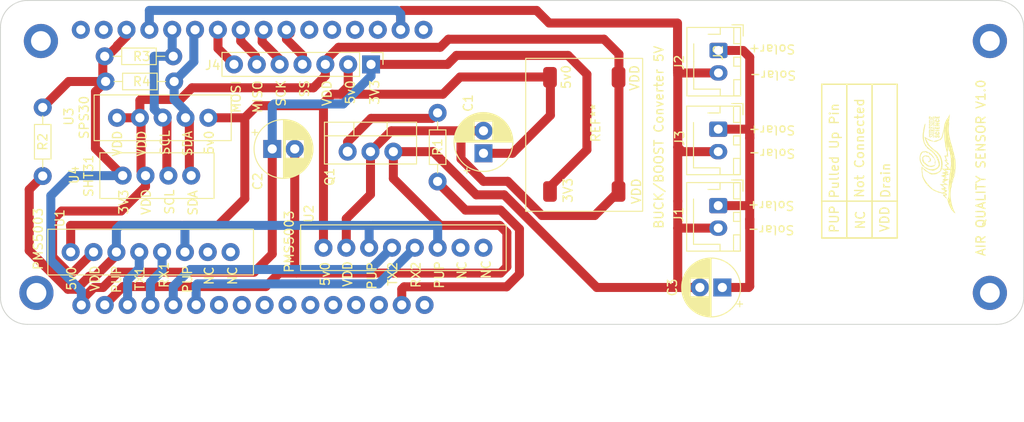
<source format=kicad_pcb>
(kicad_pcb (version 20211014) (generator pcbnew)
  (layers (0 "F.Cu" signal) (31 "B.Cu" signal) (34 "B.Paste" user) (35 "F.Paste" user) (36 "B.SilkS" user "B.Silkscreen") (37 "F.SilkS" user "F.Silkscreen") (38 "B.Mask" user) (39 "F.Mask" user) (44 "Edge.Cuts" user))
  (net 0 "")
  (net 1 "Net-(Q1-Pad1)")
  (net 2 "VDD2")
  (net 3 "GND")
  (net 12 "SCL")
  (net 16 "TX1")
  (net 17 "RX1")
  (net 18 "TX2")
  (net 19 "RX2")
  (net 25 "5V0")
  (net 26 "PULLUP_1")
  (net 31 "SDA")
  (net 32 "3V3")
  (net 33 "Solar_IN")
  (net 34 "SPI_SS")
  (net 35 "SPI_SCK")
  (net 36 "SPI_MISO")
  (net 37 "SPI_MOSI")
  (net 38 "VDD_EN")
  (footprint "Connector_JST:JST_XH_B2B-XH-AM_1x02_P2.50mm_Vertical" (layer "F.Cu") (at 93.725 18.95 -90)
    (fp_text reference "J2" (at 0.25 0.025 -270) (layer "F.SilkS"))
    (fp_text value "Conn_01x02_Male")
    (fp_text user "${REFERENCE}" (at 1.35 4.35 -270) (layer "F.SilkS"))
    (pad "" np_thru_hole circle (at -1.6 2 270) (size 1.2 1.2) (drill 1.2) (layers *.Cu *.Mask))
    (pad "1" thru_hole roundrect (at 0 0 270) (size 1.7 2) (drill 1) (layers *.Cu *.Mask) (roundrect_rratio 0.1470588235) (net 33 "Solar_IN"))
    (pad "2" thru_hole oval (at 2.5 0 270) (size 1.7 2) (drill 1) (layers *.Cu *.Mask) (net 3 "GND"))
  )
  (footprint "" (layer "F.Cu") (at 123.9 17.9 90)
    (fp_text reference "" (at 0 0 90) (layer "F.SilkS") (effects (font (size 1.27 1.27))))
    (fp_text value "" (at 0 0 90) (layer "F.SilkS") (effects (font (size 1.27 1.27))))
    (pad "1" thru_hole circle (at 0 0 90) (size 3.8 3.8) (drill 2.2) (layers *.Cu *.Mask))
  )
  (footprint "Surfside Science:PMS5003" (layer "F.Cu") (at 26.79 36.285)
    (fp_text reference "U1" (at -6.29 1.315 90 unlocked) (layer "F.SilkS"))
    (fp_text value "PMS5003")
    (pad "1" thru_hole circle (at -5.08 5.08 180) (size 2 2) (drill 1.02) (layers *.Cu *.Mask) (net 25 "5V0"))
    (pad "2" thru_hole circle (at -2.54 5.08 180) (size 2 2) (drill 1.02) (layers *.Cu *.Mask) (net 2 "VDD2"))
    (pad "3" thru_hole circle (at 0 5.08 180) (size 2 2) (drill 1.02) (layers *.Cu *.Mask) (net 26 "PULLUP_1"))
    (pad "4" thru_hole circle (at 2.54 5.08 180) (size 2 2) (drill 1.02) (layers *.Cu *.Mask) (net 16 "TX1"))
    (pad "5" thru_hole circle (at 5.08 5.08 180) (size 2 2) (drill 1.02) (layers *.Cu *.Mask) (net 17 "RX1"))
    (pad "6" thru_hole circle (at 7.62 5.08 180) (size 2 2) (drill 1.02) (layers *.Cu *.Mask) (net 26 "PULLUP_1"))
    (pad "7" thru_hole circle (at 10.16 5.08 180) (size 2 2) (drill 1.02) (layers *.Cu *.Mask))
    (pad "8" thru_hole circle (at 12.7 5.08 180) (size 2 2) (drill 1.02) (layers *.Cu *.Mask))
  )
  (footprint "Surfside Science:surfside science logo" (layer "F.Cu") (at 120.46517 37.519587 90)
    (fp_text reference "REF**" hide)
    (fp_text value "surfside science logo")
    (fp_text user "AIR QUALITY SENSOR V1.0" (at 5.519587 2.43483 90 unlocked) (layer "F.SilkS"))
  )
  (footprint "Capacitor_THT:CP_Radial_D6.3mm_P2.50mm" (layer "F.Cu") (at 67.6 30.382379 90)
    (fp_text reference "C1" (at 5.582379 -1.7 90) (layer "F.SilkS"))
    (fp_text value "C_Polarized_US")
    (pad "1" thru_hole rect (at 0 0 90) (size 2 2) (drill 1.02) (layers *.Cu *.Mask) (net 25 "5V0"))
    (pad "2" thru_hole circle (at 2.5 0 90) (size 2 2) (drill 1.02) (layers *.Cu *.Mask) (net 2 "VDD2"))
  )
  (footprint "Resistor_THT:R_Axial_DIN0204_L3.6mm_D1.6mm_P7.62mm_Horizontal" (layer "F.Cu") (at 62.5 33.51 90)
    (fp_text reference "R1" (at 3.81 0 90) (layer "F.SilkS"))
    (fp_text value "1K")
    (pad "1" thru_hole circle (at 0 0 90) (size 2 2) (drill 1.02) (layers *.Cu *.Mask) (net 38 "VDD_EN"))
    (pad "2" thru_hole oval (at 7.62 0 90) (size 2 2) (drill 1.02) (layers *.Cu *.Mask) (net 1 "Net-(Q1-Pad1)"))
  )
  (footprint "Surfside Science:SHT31" (layer "F.Cu") (at 32.57 27.785)
    (fp_text reference "U4" (at -10.47 5.015 90 unlocked) (layer "F.SilkS"))
    (fp_text value "SHT31")
    (pad "1" thru_hole circle (at -5.08 5.08 180) (size 2 2) (drill 1.02) (layers *.Cu *.Mask) (net 32 "3V3"))
    (pad "2" thru_hole circle (at -2.54 5.08 180) (size 2 2) (drill 1.02) (layers *.Cu *.Mask) (net 2 "VDD2"))
    (pad "3" thru_hole circle (at 0 5.08 180) (size 2 2) (drill 1.02) (layers *.Cu *.Mask) (net 12 "SCL"))
    (pad "4" thru_hole circle (at 2.54 5.08 180) (size 2 2) (drill 1.02) (layers *.Cu *.Mask) (net 31 "SDA"))
  )
  (footprint "Resistor_THT:R_Axial_DIN0204_L3.6mm_D1.6mm_P7.62mm_Horizontal" (layer "F.Cu") (at 25.59 22.4)
    (fp_text reference "R4" (at 4.01 0) (layer "F.SilkS"))
    (fp_text value "10K")
    (pad "1" thru_hole circle (at 0 0) (size 2 2) (drill 1.02) (layers *.Cu *.Mask) (net 32 "3V3"))
    (pad "2" thru_hole oval (at 7.62 0) (size 2 2) (drill 1.02) (layers *.Cu *.Mask) (net 31 "SDA"))
  )
  (footprint "Package_TO_SOT_THT:TO-220-3_Vertical" (layer "F.Cu") (at 52.5 30.2)
    (fp_text reference "Q1" (at -2 2.8 90) (layer "F.SilkS"))
    (fp_text value "IRLB8721PBF")
    (pad "1" thru_hole circle (at 0 0) (size 2 2) (drill 1.1) (layers *.Cu *.Mask) (net 1 "Net-(Q1-Pad1)"))
    (pad "2" thru_hole circle (at 2.54 0) (size 2 2) (drill 1.02) (layers *.Cu *.Mask) (net 2 "VDD2"))
    (pad "3" thru_hole circle (at 5.08 0) (size 2 2) (drill 1.02) (layers *.Cu *.Mask) (net 3 "GND"))
  )
  (footprint "Resistor_THT:R_Axial_DIN0204_L3.6mm_D1.6mm_P7.62mm_Horizontal" (layer "F.Cu") (at 33.11 19.6 180)
    (fp_text reference "R3" (at 3.5 -0.01) (layer "F.SilkS"))
    (fp_text value "10K")
    (pad "1" thru_hole circle (at 0 0 180) (size 2 2) (drill 1.02) (layers *.Cu *.Mask) (net 12 "SCL"))
    (pad "2" thru_hole oval (at 7.62 0 180) (size 2 2) (drill 1.02) (layers *.Cu *.Mask) (net 32 "3V3"))
  )
  (footprint "MountingHole:MountingHole_2.2mm_M2_DIN965_Pad" (layer "F.Cu") (at 17.9 45.9 90)
    (fp_text reference "REF**" hide)
    (fp_text value "MountingHole_2.2mm_M2_DIN965_Pad")
    (pad "1" thru_hole circle (at 0 0 90) (size 3.8 3.8) (drill 2.2) (layers *.Cu *.Mask))
  )
  (footprint "Connector_PinHeader_2.54mm:PinHeader_1x07_P2.54mm_Vertical" (layer "F.Cu") (at 55.1 20.5 -90)
    (fp_text reference "J4" (at 0.1 17.6) (layer "F.SilkS"))
    (fp_text value "Conn_01x07_Male")
    (pad "1" thru_hole rect (at 0 0 270) (size 2 2) (drill 1.02) (layers *.Cu *.Mask) (net 32 "3V3"))
    (pad "2" thru_hole oval (at 0 2.54 270) (size 2 2) (drill 1.02) (layers *.Cu *.Mask) (net 25 "5V0"))
    (pad "3" thru_hole oval (at 0 5.08 270) (size 2 2) (drill 1.02) (layers *.Cu *.Mask) (net 2 "VDD2"))
    (pad "4" thru_hole oval (at 0 7.62 270) (size 2 2) (drill 1.02) (layers *.Cu *.Mask) (net 34 "SPI_SS"))
    (pad "5" thru_hole oval (at 0 10.16 270) (size 2 2) (drill 1.02) (layers *.Cu *.Mask) (net 35 "SPI_SCK"))
    (pad "6" thru_hole oval (at 0 12.7 270) (size 2 2) (drill 1.02) (layers *.Cu *.Mask) (net 36 "SPI_MISO"))
    (pad "7" thru_hole oval (at 0 15.24 270) (size 2 2) (drill 1.02) (layers *.Cu *.Mask) (net 37 "SPI_MOSI"))
  )
  (footprint "Capacitor_THT:CP_Radial_D6.3mm_P2.50mm" (layer "F.Cu") (at 94.15738 45.3 180)
    (fp_text reference "C3" (at 5.55738 0 90) (layer "F.SilkS"))
    (fp_text value "C_Polarized_US")
    (pad "1" thru_hole rect (at 0 0 180) (size 2 2) (drill 1.02) (layers *.Cu *.Mask) (net 33 "Solar_IN"))
    (pad "2" thru_hole circle (at 2.5 0 180) (size 2 2) (drill 1.02) (layers *.Cu *.Mask) (net 3 "GND"))
  )
  (footprint "Capacitor_THT:CP_Radial_D6.3mm_P2.50mm" (layer "F.Cu") (at 44.117621 29.9)
    (fp_text reference "C2" (at -1.617621 3.6 90) (layer "F.SilkS"))
    (fp_text value "C_Polarized_US")
    (pad "1" thru_hole rect (at 0 0) (size 2 2) (drill 1.02) (layers *.Cu *.Mask) (net 32 "3V3"))
    (pad "2" thru_hole circle (at 2.5 0) (size 2 2) (drill 1.02) (layers *.Cu *.Mask) (net 3 "GND"))
  )
  (footprint "Surfside Science:ilygo-ttgo-t-sim7000g-esp32-wrover" (layer "F.Cu") (at 63.114649 33.123002 90)
    (fp_text reference "U6" hide)
    (fp_text value "lilygo-ttgo-t-sim7000g-esp32-wrover" hide)
    (pad "0" thru_hole circle (at 16.47 -9.8 90) (size 2 2) (drill 1.02) (layers *.Cu *.Mask))
    (pad "01" thru_hole circle (at 16.47 -40.28 90) (size 2 2) (drill 1.02) (layers *.Cu *.Mask))
    (pad "02" thru_hole circle (at -14.12 -14.76 90) (size 2 2) (drill 1.02) (layers *.Cu *.Mask))
    (pad "03" thru_hole circle (at 16.47 -37.74 90) (size 2 2) (drill 1.02) (layers *.Cu *.Mask))
    (pad "3V3" thru_hole circle (at -14.14 -40.22 90) (size 2 2) (drill 1.02) (layers *.Cu *.Mask) (net 32 "3V3"))
    (pad "3V3" thru_hole circle (at 16.47 -35.2 90) (size 2 2) (drill 1.02) (layers *.Cu *.Mask) (net 32 "3V3"))
    (pad "04" thru_hole circle (at -14.12 -17.3 90) (size 2 2) (drill 1.02) (layers *.Cu *.Mask))
    (pad "05" thru_hole circle (at 16.47 -17.42 90) (size 2 2) (drill 1.02) (layers *.Cu *.Mask) (net 34 "SPI_SS"))
    (pad "12" thru_hole circle (at -14.12 -4.6 90) (size 2 2) (drill 1.02) (layers *.Cu *.Mask) (net 38 "VDD_EN"))
    (pad "13" thru_hole circle (at -14.12 -7.14 90) (size 2 2) (drill 1.02) (layers *.Cu *.Mask))
    (pad "14" thru_hole circle (at -14.12 -9.68 90) (size 2 2) (drill 1.02) (layers *.Cu *.Mask))
    (pad "15" thru_hole circle (at -14.12 -12.22 90) (size 2 2) (drill 1.02) (layers *.Cu *.Mask))
    (pad "18" thru_hole circle (at 16.47 -19.96 90) (size 2 2) (drill 1.02) (layers *.Cu *.Mask) (net 35 "SPI_SCK"))
    (pad "19" thru_hole circle (at 16.47 -22.5 90) (size 2 2) (drill 1.02) (layers *.Cu *.Mask) (net 36 "SPI_MISO"))
    (pad "21" thru_hole circle (at 16.47 -27.58 90) (size 2 2) (drill 1.02) (layers *.Cu *.Mask) (net 31 "SDA"))
    (pad "22" thru_hole circle (at 16.47 -30.12 90) (size 2 2) (drill 1.02) (layers *.Cu *.Mask) (net 12 "SCL"))
    (pad "23" thru_hole circle (at 16.47 -25.04 90) (size 2 2) (drill 1.02) (layers *.Cu *.Mask) (net 37 "SPI_MOSI"))
    (pad "25" thru_hole circle (at -14.12 -24.92 90) (size 2 2) (drill 1.02) (layers *.Cu *.Mask))
    (pad "26" thru_hole circle (at -14.12 -22.38 90) (size 2 2) (drill 1.02) (layers *.Cu *.Mask))
    (pad "27" thru_hole circle (at -14.12 -19.84 90) (size 2 2) (drill 1.02) (layers *.Cu *.Mask))
    (pad "32" thru_hole circle (at -14.12 -35.08 90) (size 2 2) (drill 1.02) (layers *.Cu *.Mask) (net 16 "TX1"))
    (pad "33" thru_hole circle (at -14.12 -32.54 90) (size 2 2) (drill 1.02) (layers *.Cu *.Mask) (net 17 "RX1"))
    (pad "34" thru_hole circle (at -14.12 -30 90) (size 2 2) (drill 1.02) (layers *.Cu *.Mask) (net 18 "TX2"))
    (pad "35" thru_hole circle (at -14.12 -27.46 90) (size 2 2) (drill 1.02) (layers *.Cu *.Mask) (net 19 "RX2"))
    (pad "36" thru_hole circle (at 16.47 -12.34 90) (size 2 2) (drill 1.02) (layers *.Cu *.Mask))
    (pad "39" thru_hole circle (at 16.47 -14.88 90) (size 2 2) (drill 1.02) (layers *.Cu *.Mask))
    (pad "GND" thru_hole circle (at -14.12 -37.62 90) (size 2 2) (drill 1.02) (layers *.Cu *.Mask) (net 3 "GND"))
    (pad "GND" thru_hole circle (at 16.47 -32.66 90) (size 2 2) (drill 1.02) (layers *.Cu *.Mask) (net 3 "GND"))
    (pad "GND" thru_hole circle (at 16.47 -4.72 90) (size 2 2) (drill 1.02) (layers *.Cu *.Mask) (net 3 "GND"))
    (pad "RST" thru_hole circle (at 16.47 -7.26 90) (size 2 2) (drill 1.02) (layers *.Cu *.Mask))
    (pad "VBAT" thru_hole circle (at -14.12 -2.06 90) (size 2 2) (drill 1.02) (layers *.Cu *.Mask))
    (pad "VIN" thru_hole circle (at 16.47 -2.18 90) (size 2 2) (drill 1.02) (layers *.Cu *.Mask))
  )
  (footprint "Resistor_THT:R_Axial_DIN0204_L3.6mm_D1.6mm_P7.62mm_Horizontal" (layer "F.Cu") (at 18.6 32.91 90)
    (fp_text reference "R2" (at 3.8 0 90) (layer "F.SilkS"))
    (fp_text value "10K")
    (pad "1" thru_hole circle (at 0 0 90) (size 2 2) (drill 1.02) (layers *.Cu *.Mask) (net 26 "PULLUP_1"))
    (pad "2" thru_hole oval (at 7.62 0 90) (size 2 2) (drill 1.02) (layers *.Cu *.Mask) (net 32 "3V3"))
  )
  (footprint "Surfside Science:PMS5003" (layer "F.Cu") (at 54.89 35.8)
    (fp_text reference "U2" (at -6.69 1.3 90 unlocked) (layer "F.SilkS"))
    (fp_text value "PMS5003")
    (pad "1" thru_hole circle (at -5.08 5.08 180) (size 2 2) (drill 1.02) (layers *.Cu *.Mask) (net 25 "5V0"))
    (pad "2" thru_hole circle (at -2.54 5.08 180) (size 2 2) (drill 1.02) (layers *.Cu *.Mask) (net 2 "VDD2"))
    (pad "3" thru_hole circle (at 0 5.08 180) (size 2 2) (drill 1.02) (layers *.Cu *.Mask) (net 26 "PULLUP_1"))
    (pad "4" thru_hole circle (at 2.54 5.08 180) (size 2 2) (drill 1.02) (layers *.Cu *.Mask) (net 18 "TX2"))
    (pad "5" thru_hole circle (at 5.08 5.08 180) (size 2 2) (drill 1.02) (layers *.Cu *.Mask) (net 19 "RX2"))
    (pad "6" thru_hole circle (at 7.62 5.08 180) (size 2 2) (drill 1.02) (layers *.Cu *.Mask) (net 26 "PULLUP_1"))
    (pad "7" thru_hole circle (at 10.16 5.08 180) (size 2 2) (drill 1.02) (layers *.Cu *.Mask))
    (pad "8" thru_hole circle (at 12.7 5.08 180) (size 2 2) (drill 1.02) (layers *.Cu *.Mask))
  )
  (footprint "" (layer "F.Cu") (at 18.4 17.9 90)
    (fp_text reference "" (at 0 0 90) (layer "F.SilkS") (effects (font (size 1.27 1.27))))
    (fp_text value "" (at 0 0 90) (layer "F.SilkS") (effects (font (size 1.27 1.27))))
    (pad "1" thru_hole circle (at 0 0 90) (size 3.8 3.8) (drill 2.2) (layers *.Cu *.Mask))
  )
  (footprint "" (layer "F.Cu") (at 123.9 45.9 90)
    (fp_text reference "" (at 0 0 90) (layer "F.SilkS") (effects (font (size 1.27 1.27))))
    (fp_text value "" (at 0 0 90) (layer "F.SilkS") (effects (font (size 1.27 1.27))))
    (pad "1" thru_hole circle (at 0 0 90) (size 3.8 3.8) (drill 2.2) (layers *.Cu *.Mask))
  )
  (footprint "Connector_JST:JST_XH_B2B-XH-AM_1x02_P2.50mm_Vertical" (layer "F.Cu") (at 93.7 36.2 -90)
    (fp_text reference "J1" (at 1 4.4 -270) (layer "F.SilkS"))
    (fp_text value "Conn_01x02_Male")
    (pad "" np_thru_hole circle (at -1.6 2 270) (size 1.2 1.2) (drill 1.2) (layers *.Cu *.Mask))
    (pad "1" thru_hole roundrect (at 0 0 270) (size 1.7 2) (drill 1) (layers *.Cu *.Mask) (roundrect_rratio 0.1470588235) (net 33 "Solar_IN"))
    (pad "2" thru_hole oval (at 2.5 0 270) (size 1.7 2) (drill 1) (layers *.Cu *.Mask) (net 3 "GND"))
  )
  (footprint "Surfside Science:SPS30" (layer "F.Cu") (at 34.477024 31.515 180)
    (fp_text reference "U3" (at 12.977024 5.215 90 unlocked) (layer "F.SilkS"))
    (fp_text value "SPS30")
    (pad "1" thru_hole circle (at -2.54 5.08) (size 2 2) (drill 1.02) (layers *.Cu *.Mask) (net 25 "5V0"))
    (pad "2" thru_hole circle (at 0 5.08) (size 2 2) (drill 1.02) (layers *.Cu *.Mask) (net 31 "SDA"))
    (pad "3" thru_hole circle (at 2.538512 5.101512) (size 2 2) (drill 1.02) (layers *.Cu *.Mask) (net 12 "SCL"))
    (pad "4" thru_hole circle (at 5.077024 5.079999) (size 2 2) (drill 1.02) (layers *.Cu *.Mask) (net 2 "VDD2"))
    (pad "5" thru_hole circle (at 7.615536 5.079999) (size 2 2) (drill 1.02) (layers *.Cu *.Mask) (net 2 "VDD2"))
  )
  (footprint "Surfside Science:Buck_Boost_Converter" (layer "F.Cu") (at 87.315 38.78 90)
    (fp_text reference "REF**" (at 11.77 -7.24 90 unlocked) (layer "F.SilkS"))
    (fp_text value "Buck_Boost_Converter")
    (pad "1" smd roundrect (at 4.15 -12.32 90) (size 2.286 1.524) (layers "F.Cu" "F.Paste" "F.Mask") (net 32 "3V3"))
    (pad "2" smd roundrect (at 4.15 -4.7 270) (size 2.286 1.524) (layers "F.Cu" "F.Paste" "F.Mask") (net 2 "VDD2"))
    (pad "3" smd roundrect (at 16.85 -12.32 270) (size 2.286 1.524) (layers "F.Cu" "F.Paste" "F.Mask") (net 25 "5V0"))
    (pad "4" smd roundrect (at 16.85 -4.7 270) (size 2.286 1.524) (layers "F.Cu" "F.Paste" "F.Mask") (net 2 "VDD2"))
  )
  (footprint "Connector_JST:JST_XH_B2B-XH-AM_1x02_P2.50mm_Vertical" (layer "F.Cu") (at 93.7 27.7 -90)
    (fp_text reference "J3" (at 1 4.3 -270) (layer "F.SilkS"))
    (fp_text value "Conn_01x02_Male")
    (pad "" np_thru_hole circle (at -1.6 2 270) (size 1.2 1.2) (drill 1.2) (layers *.Cu *.Mask))
    (pad "1" thru_hole roundrect (at 0 0 270) (size 1.7 2) (drill 1) (layers *.Cu *.Mask) (roundrect_rratio 0.1470588235) (net 33 "Solar_IN"))
    (pad "2" thru_hole oval (at 2.5 0 270) (size 1.7 2) (drill 1) (layers *.Cu *.Mask) (net 3 "GND"))
  )
  (gr_rect (start 113.6 39.8) (end 105.2 35.7) (layer "F.SilkS") (width 0.15) (fill none))
  (gr_rect (start 108 39.8) (end 110.8 22.7) (layer "F.SilkS") (width 0.15) (fill none))
  (gr_rect (start 113.6 39.8) (end 105.2 22.7) (layer "F.SilkS") (width 0.15) (fill none))
  (gr_rect (start 110.8 39.8) (end 113.6 22.7) (layer "F.SilkS") (width 0.15) (fill none))
  (gr_rect (start 105.2 39.8) (end 108 22.7) (layer "F.SilkS") (width 0.15) (fill none))
  (gr_arc (start 13.9 16.39) (mid 14.77868 14.26868) (end 16.9 13.39) (layer "Edge.Cuts") (width 0.1))
  (gr_arc (start 127.66 46.4) (mid 126.78132 48.52132) (end 124.66 49.4) (layer "Edge.Cuts") (width 0.1))
  (gr_arc (start 124.66 13.39) (mid 126.78132 14.26868) (end 127.66 16.39) (layer "Edge.Cuts") (width 0.1))
  (gr_line (start 127.66 16.39) (end 127.66 46.4) (layer "Edge.Cuts") (width 0.1))
  (gr_line (start 124.66 49.4) (end 16.9 49.4) (layer "Edge.Cuts") (width 0.1))
  (gr_line (start 13.9 46.4) (end 13.9 16.39) (layer "Edge.Cuts") (width 0.1))
  (gr_arc (start 16.9 49.4) (mid 14.77868 48.52132) (end 13.9 46.4) (layer "Edge.Cuts") (width 0.1))
  (gr_line (start 16.9 13.39) (end 124.66 13.39) (layer "Edge.Cuts") (width 0.1))
  (gr_text "VDD" (at 84.6 34.6 90) (layer "F.SilkS") (effects (font (size 1 1))))
  (gr_text "PUP\n" (at 55.2 44 90) (layer "F.SilkS") (effects (font (size 1 1))))
  (gr_text "PUP\n" (at 34.7 44.4 90) (layer "F.SilkS") (effects (font (size 1 1))))
  (gr_text "SCK" (at 45.1 23.7 90) (layer "F.SilkS") (effects (font (size 1 1))))
  (gr_text "Solar+" (at 99.675 27.8 180) (layer "F.SilkS") (effects (font (size 1 1))))
  (gr_text "VDD\n" (at 50.2 23.7 90) (layer "F.SilkS") (effects (font (size 1 1))))
  (gr_text "SDA" (at 35.3 35.9 90) (layer "F.SilkS") (effects (font (size 1 1))))
  (gr_text "TX2" (at 57.5 43.8 90) (layer "F.SilkS") (effects (font (size 1 1))))
  (gr_text "SDA" (at 34.7 29.3 90) (layer "F.SilkS") (effects (font (size 1 1))))
  (gr_text "3V3" (at 77 34.5 90) (layer "F.SilkS") (effects (font (size 1 1))))
  (gr_text "Pulled Up Pin\n" (at 106.6 30.1 90) (layer "F.SilkS") (effects (font (size 1 1))))
  (gr_text "NC" (at 39.7 44 90) (layer "F.SilkS") (effects (font (size 1 1))))
  (gr_text "5v0" (at 50 43.8 90) (layer "F.SilkS") (effects (font (size 1 1))))
  (gr_text "RX2" (at 60.1 43.9 90) (layer "F.SilkS") (effects (font (size 1 1))))
  (gr_text "5v0" (at 21.8 44.3 90) (layer "F.SilkS") (effects (font (size 1 1))))
  (gr_text "5v0" (at 76.8 21.9 90) (layer "F.SilkS") (effects (font (size 1 1))))
  (gr_text "MOSI" (at 40.1 24.1 90) (layer "F.SilkS") (effects (font (size 1 1))))
  (gr_text "PUP\n" (at 62.7 43.9 90) (layer "F.SilkS") (effects (font (size 1 1))))
  (gr_text "VDD" (at 52.5 43.8 90) (layer "F.SilkS") (effects (font (size 1 1))))
  (gr_text "5v0" (at 52.8 23.6 90) (layer "F.SilkS") (effects (font (size 1 1))))
  (gr_text "Solar-" (at 99.575 38.9 180) (layer "F.SilkS") (effects (font (size 1 1))))
  (gr_text "Drain" (at 112.3 33.4 90) (layer "F.SilkS") (effects (font (size 1 1))))
  (gr_text "VDD" (at 84.4 22 90) (layer "F.SilkS") (effects (font (size 1 1))))
  (gr_text "NC" (at 65.2 43.4 90) (layer "F.SilkS") (effects (font (size 1 1))))
  (gr_text "TX1" (at 29.4 44.3 90) (layer "F.SilkS") (effects (font (size 1 1))))
  (gr_text "PMS5003\n" (at 18.1 39.9 90) (layer "F.SilkS") (effects (font (size 1 1))))
  (gr_text "Not Connected" (at 109.4 29.8 90) (layer "F.SilkS") (effects (font (size 1 1))))
  (gr_text "Solar+" (at 99.675 18.8 180) (layer "F.SilkS") (effects (font (size 1 1))))
  (gr_text "SS" (at 47.7 23.2 90) (layer "F.SilkS") (effects (font (size 1 1))))
  (gr_text "NC" (at 37.1 44 90) (layer "F.SilkS") (effects (font (size 1 1))))
  (gr_text "Solar-" (at 99.675 30.4 180) (layer "F.SilkS") (effects (font (size 1 1))))
  (gr_text "VDD\n" (at 29.6 29.3 90) (layer "F.SilkS") (effects (font (size 1 1))))
  (gr_text "VDD" (at 112.2 37.7 90) (layer "F.SilkS") (effects (font (size 1 1))))
  (gr_text "SCL" (at 32.2 29.2 90) (layer "F.SilkS") (effects (font (size 1 1))))
  (gr_text "BUCK/BOOST Converter 5V" (at 87.1 28.6 90) (layer "F.SilkS") (effects (font (size 1 1))))
  (gr_text "VDD" (at 30.1 35.8 90) (layer "F.SilkS") (effects (font (size 1 1))))
  (gr_text "5v0" (at 37.1 29.2 90) (layer "F.SilkS") (effects (font (size 1 1))))
  (gr_text "PUP\n" (at 26.8 44.4 90) (layer "F.SilkS") (effects (font (size 1 1))))
  (gr_text "RX1" (at 32.1 43.9 90) (layer "F.SilkS") (effects (font (size 1 1))))
  (gr_text "SPS30" (at 23.2 26.4 90) (layer "F.SilkS") (effects (font (size 1 1))))
  (gr_text "Solar+" (at 99.575 36.2 180) (layer "F.SilkS") (effects (font (size 1 1))))
  (gr_text "NC\n" (at 109.5 37.8 90) (layer "F.SilkS") (effects (font (size 1 1))))
  (gr_text "VDD" (at 24.4 44.3 90) (layer "F.SilkS") (effects (font (size 1 1))))
  (gr_text "NC" (at 67.9 43.3 90) (layer "F.SilkS") (effects (font (size 1 1))))
  (gr_text "SCL" (at 32.7 35.8 90) (layer "F.SilkS") (effects (font (size 1 1))))
  (gr_text "Solar-" (at 99.775 21.7 180) (layer "F.SilkS") (effects (font (size 1 1))))
  (gr_text "VDD\n" (at 26.9 29.3 90) (layer "F.SilkS") (effects (font (size 1 1))))
  (gr_text "3V3" (at 27.6 35.8 90) (layer "F.SilkS") (effects (font (size 1 1))))
  (gr_text "SHT31\n" (at 23.7 32.9 90) (layer "F.SilkS") (effects (font (size 1 1))))
  (gr_text "PUP\n" (at 106.6 37.7 90) (layer "F.SilkS") (effects (font (size 1 1))))
  (gr_text "PMS5003\n" (at 46 40.2 90) (layer "F.SilkS") (effects (font (size 1 1))))
  (gr_text "MISO" (at 42.5 24.1 90) (layer "F.SilkS") (effects (font (size 1 1))))
  (gr_text "3V3" (at 55.5 23.6 90) (layer "F.SilkS") (effects (font (size 1 1))))
  (segment (start 62.5 25.89) (end 61.89 26.5) (width 1) (layer "F.Cu") (net 1))
  (segment (start 52.5 29.1) (end 52.5 30.2) (width 1) (layer "F.Cu") (net 1))
  (segment (start 62.495 25.4) (end 62.495 25.515) (width 1) (layer "F.Cu") (net 1))
  (segment (start 61.89 26.5) (end 55.1 26.5) (width 1) (layer "F.Cu") (net 1))
  (segment (start 62.495 25.515) (end 62.31 25.7) (width 1) (layer "F.Cu") (net 1))
  (segment (start 55.1 26.5) (end 52.5 29.1) (width 1) (layer "F.Cu") (net 1))
  (segment (start 29.4 26.435001) (end 29.53 26.565001) (width 1) (layer "F.Cu") (net 2))
  (segment (start 19.7 41.9) (end 21.4 43.6) (width 1) (layer "F.Cu") (net 2))
  (segment (start 70.3 33.5) (end 74.1 37.3) (width 1) (layer "F.Cu") (net 2))
  (segment (start 79.96 37.3) (end 82.66 34.6) (width 1) (layer "F.Cu") (net 2))
  (segment (start 82.66 34.6) (end 82.66 19.36) (width 1) (layer "F.Cu") (net 2))
  (segment (start 19.7 37.8) (end 19.7 41.9) (width 1) (layer "F.Cu") (net 2))
  (segment (start 30.03 32.865) (end 30.03 34.07) (width 1) (layer "F.Cu") (net 2))
  (segment (start 55.04 34.96) (end 52.35 37.65) (width 1) (layer "F.Cu") (net 2))
  (segment (start 63.7 17.7) (end 62.8 18.6) (width 1) (layer "F.Cu") (net 2))
  (segment (start 50.02 21.78) (end 48.7 23.1) (width 1) (layer "F.Cu") (net 2))
  (segment (start 29.4 26.435001) (end 26.861488 26.435001) (width 1) (layer "F.Cu") (net 2))
  (segment (start 48.7 23.1) (end 35.2 23.1) (width 1) (layer "F.Cu") (net 2))
  (segment (start 29.4 24.5) (end 29.4 26.435001) (width 1) (layer "F.Cu") (net 2))
  (segment (start 27.3 36.8) (end 20.7 36.8) (width 1) (layer "F.Cu") (net 2))
  (segment (start 50.02 20.5) (end 50.02 21.78) (width 1) (layer "F.Cu") (net 2))
  (segment (start 24.25 41.35) (end 24.25 40.865) (width 1) (layer "F.Cu") (net 2))
  (segment (start 20.7 36.8) (end 19.7 37.8) (width 1) (layer "F.Cu") (net 2))
  (segment (start 67.6 33.5) (end 70.3 33.5) (width 1) (layer "F.Cu") (net 2))
  (segment (start 52.35 40.88) (end 52.415126 40.88) (width 1) (layer "F.Cu") (net 2))
  (segment (start 21.4 43.6) (end 22 43.6) (width 1) (layer "F.Cu") (net 2))
  (segment (start 66.017621 27.882379) (end 65.1 28.8) (width 1) (layer "F.Cu") (net 2))
  (segment (start 67.6 27.882379) (end 57.357621 27.882379) (width 1) (layer "F.Cu") (net 2))
  (segment (start 67.6 27.882379) (end 66.017621 27.882379) (width 1) (layer "F.Cu") (net 2))
  (segment (start 62.7 18.6) (end 51.492234 18.6) (width 1) (layer "F.Cu") (net 2))
  (segment (start 51.492234 18.6) (end 50.02 20.072234) (width 1) (layer "F.Cu") (net 2))
  (segment (start 65.1 28.8) (end 65.1 31) (width 1) (layer "F.Cu") (net 2))
  (segment (start 50.02 20.072234) (end 50.02 20.5) (width 1) (layer "F.Cu") (net 2))
  (segment (start 55.04 30.2) (end 55.04 34.96) (width 1) (layer "F.Cu") (net 2))
  (segment (start 29.53 26.565001) (end 29.53 32.365) (width 1) (layer "F.Cu") (net 2))
  (segment (start 52.35 37.65) (end 52.35 40.88) (width 1) (layer "F.Cu") (net 2))
  (segment (start 29.5 24.4) (end 29.4 24.5) (width 1) (layer "F.Cu") (net 2))
  (segment (start 33.9 24.4) (end 29.5 24.4) (width 1) (layer "F.Cu") (net 2))
  (segment (start 82.66 19.36) (end 81 17.7) (width 1) (layer "F.Cu") (net 2))
  (segment (start 81 17.7) (end 63.7 17.7) (width 1) (layer "F.Cu") (net 2))
  (segment (start 35.2 23.1) (end 33.9 24.4) (width 1) (layer "F.Cu") (net 2))
  (segment (start 22 43.6) (end 24.25 41.35) (width 1) (layer "F.Cu") (net 2))
  (segment (start 65.1 31) (end 67.6 33.5) (width 1) (layer "F.Cu") (net 2))
  (segment (start 30.03 34.07) (end 27.3 36.8) (width 1) (layer "F.Cu") (net 2))
  (segment (start 74.1 37.3) (end 79.96 37.3) (width 1) (layer "F.Cu") (net 2))
  (segment (start 29.53 32.365) (end 30.03 32.865) (width 1) (layer "F.Cu") (net 2))
  (segment (start 57.357621 27.882379) (end 55.04 30.2) (width 1) (layer "F.Cu") (net 2))
  (segment (start 25.494649 47.243002) (end 27.537651 45.2) (width 1) (layer "F.Cu") (net 3))
  (segment (start 73.5 14.5) (end 74.9 15.9) (width 1) (layer "F.Cu") (net 3))
  (segment (start 69.4 38.4) (end 62.8 38.4) (width 1) (layer "F.Cu") (net 3))
  (segment (start 69.5 43.7) (end 70.2 43) (width 1) (layer "F.Cu") (net 3))
  (segment (start 44.9 43.7) (end 46.8 43.7) (width 1) (layer "F.Cu") (net 3))
  (segment (start 93.7 38.7) (end 89.2 38.7) (width 1) (layer "F.Cu") (net 3))
  (segment (start 89.2 35.7) (end 89.2 29.7) (width 1) (layer "F.Cu") (net 3))
  (segment (start 89.2 38.7) (end 89.2 35.7) (width 1) (layer "F.Cu") (net 3))
  (segment (start 93.7 30.2) (end 89.7 30.2) (width 1) (layer "F.Cu") (net 3))
  (segment (start 89.2 45.125) (end 89.2 38.7) (width 1) (layer "F.Cu") (net 3))
  (segment (start 46.8 43.7) (end 69.5 43.7) (width 1) (layer "F.Cu") (net 3))
  (segment (start 89.5 45.3) (end 80.2 45.3) (width 1) (layer "F.Cu") (net 3))
  (segment (start 27.537651 45.2) (end 43.4 45.2) (width 1) (layer "F.Cu") (net 3))
  (segment (start 89.2 21.7) (end 89.45 21.45) (width 1) (layer "F.Cu") (net 3))
  (segment (start 46.617621 43.517621) (end 46.8 43.7) (width 1) (layer "F.Cu") (net 3))
  (segment (start 91.65738 45.3) (end 89.375 45.3) (width 1) (layer "F.Cu") (net 3))
  (segment (start 62 30.2) (end 57.58 30.2) (width 1) (layer "F.Cu") (net 3))
  (segment (start 89.375 45.3) (end 89.2 45.125) (width 1) (layer "F.Cu") (net 3))
  (segment (start 46.617621 29.9) (end 46.617621 43.517621) (width 1) (layer "F.Cu") (net 3))
  (segment (start 62.8 38.4) (end 57.58 33.18) (width 1) (layer "F.Cu") (net 3))
  (segment (start 58.394649 14.605351) (end 58.5 14.5) (width 1) (layer "F.Cu") (net 3))
  (segment (start 70.2 39.2) (end 69.4 38.4) (width 1) (layer "F.Cu") (net 3))
  (segment (start 89.45 21.45) (end 89.95 21.45) (width 1) (layer "F.Cu") (net 3))
  (segment (start 89.2 29.7) (end 89.2 21.7) (width 1) (layer "F.Cu") (net 3))
  (segment (start 66.8 35) (end 62 30.2) (width 1) (layer "F.Cu") (net 3))
  (segment (start 89.95 21.45) (end 89.175 21.45) (width 1) (layer "F.Cu") (net 3))
  (segment (start 91.85738 45.2) (end 91.75738 45.3) (width 1) (layer "F.Cu") (net 3))
  (segment (start 70.2 43) (end 70.2 39.2) (width 1) (layer "F.Cu") (net 3))
  (segment (start 80.2 45.3) (end 69.9 35) (width 1) (layer "F.Cu") (net 3))
  (segment (start 69.9 35) (end 66.8 35) (width 1) (layer "F.Cu") (net 3))
  (segment (start 89.7 30.2) (end 89.2 29.7) (width 1) (layer "F.Cu") (net 3))
  (segment (start 89.175 21.2) (end 89.175 15.9) (width 1) (layer "F.Cu") (net 3))
  (segment (start 58.394649 16.653002) (end 58.394649 14.605351) (width 1) (layer "F.Cu") (net 3))
  (segment (start 93.792621 21.517621) (end 93.725 21.45) (width 1) (layer "F.Cu") (net 3))
  (segment (start 57.58 33.18) (end 57.58 30.2) (width 1) (layer "F.Cu") (net 3))
  (segment (start 74.9 15.9) (end 89.1 15.9) (width 1) (layer "F.Cu") (net 3))
  (segment (start 58.5 14.5) (end 73.5 14.5) (width 1) (layer "F.Cu") (net 3))
  (segment (start 91.75738 45.3) (end 91.65738 45.3) (width 1) (layer "F.Cu") (net 3))
  (segment (start 89.95 21.45) (end 93.725 21.45) (width 1) (layer "F.Cu") (net 3))
  (segment (start 43.4 45.2) (end 44.9 43.7) (width 1) (layer "F.Cu") (net 3))
  (segment (start 30.454649 16.653002) (end 30.454649 14.5) (width 1) (layer "B.Cu") (net 3))
  (segment (start 58 14.5) (end 58.394649 14.894649) (width 1) (layer "B.Cu") (net 3))
  (segment (start 30.454649 14.5) (end 58 14.5) (width 1) (layer "B.Cu") (net 3))
  (segment (start 58.394649 14.894649) (end 58.394649 16.653002) (width 1) (layer "B.Cu") (net 3))
  (segment (start 32.4 26.874976) (end 31.938512 26.413488) (width 1) (layer "F.Cu") (net 12))
  (segment (start 32.9 16.747651) (end 32.994649 16.653002) (width 1) (layer "F.Cu") (net 12))
  (segment (start 32.4 32.695) (end 32.4 26.874976) (width 1) (layer "F.Cu") (net 12))
  (segment (start 32.57 32.865) (end 32.4 32.695) (width 1) (layer "F.Cu") (net 12))
  (segment (start 31 19.6) (end 33.11 19.6) (width 1) (layer "B.Cu") (net 12))
  (segment (start 33.11 19.6) (end 32.994649 19.484649) (width 1) (layer "B.Cu") (net 12))
  (segment (start 32.994649 19.484649) (end 32.994649 16.653002) (width 1) (layer "B.Cu") (net 12))
  (segment (start 31.938512 26.878487) (end 31.938512 26.413488) (width 1) (layer "B.Cu") (net 12))
  (segment (start 31 25.474976) (end 31 19.6) (width 1) (layer "B.Cu") (net 12))
  (segment (start 31.938512 26.413488) (end 31 25.474976) (width 1) (layer "B.Cu") (net 12))
  (segment (start 28.034649 44.465351) (end 28.034649 47.243002) (width 1) (layer "B.Cu") (net 16))
  (segment (start 29.33 43.17) (end 28.034649 44.465351) (width 1) (layer "B.Cu") (net 16))
  (segment (start 29.33 41.365) (end 29.33 43.17) (width 1) (layer "B.Cu") (net 16))
  (segment (start 31.87 43.43) (end 30.574649 44.725351) (width 1) (layer "B.Cu") (net 17))
  (segment (start 31.87 41.365) (end 31.87 43.43) (width 1) (layer "B.Cu") (net 17))
  (segment (start 30.574649 44.725351) (end 30.574649 47.243002) (width 1) (layer "B.Cu") (net 17))
  (segment (start 35 43.3) (end 55.01 43.3) (width 1) (layer "B.Cu") (net 18))
  (segment (start 33.114649 45.185351) (end 35 43.3) (width 1) (layer "B.Cu") (net 18))
  (segment (start 55.01 43.3) (end 57.43 40.88) (width 1) (layer "B.Cu") (net 18))
  (segment (start 33.114649 47.243002) (end 33.114649 45.185351) (width 1) (layer "B.Cu") (net 18))
  (segment (start 55.95 44.9) (end 35.8 44.9) (width 1) (layer "B.Cu") (net 19))
  (segment (start 35.654649 45.045351) (end 35.654649 47.243002) (width 1) (layer "B.Cu") (net 19))
  (segment (start 59.97 40.88) (end 55.95 44.9) (width 1) (layer "B.Cu") (net 19))
  (segment (start 35.8 44.9) (end 35.654649 45.045351) (width 1) (layer "B.Cu") (net 19))
  (segment (start 41.065 35.435) (end 38.1 38.4) (width 1) (layer "F.Cu") (net 25))
  (segment (start 63.085 23.815) (end 51.685 23.815) (width 1) (layer "F.Cu") (net 25))
  (segment (start 21.7 38.4) (end 21.71 38.41) (width 1) (layer "F.Cu") (net 25))
  (segment (start 75.04 21.9) (end 75.04 26.16) (width 1) (layer "F.Cu") (net 25))
  (segment (start 49.81 25.09) (end 42.41 25.09) (width 1) (layer "F.Cu") (net 25))
  (segment (start 51.685 23.815) (end 50.785 23.815) (width 1) (layer "F.Cu") (net 25))
  (segment (start 52.56 22.94) (end 51.685 23.815) (width 1) (layer "F.Cu") (net 25))
  (segment (start 42.41 25.09) (end 41.065 26.435) (width 1) (layer "F.Cu") (net 25))
  (segment (start 49.81 25.09) (end 49.81 40.88) (width 1) (layer "F.Cu") (net 25))
  (segment (start 65 21.9) (end 63.085 23.815) (width 1) (layer "F.Cu") (net 25))
  (segment (start 21.71 38.41) (end 21.71 41.365) (width 1) (layer "F.Cu") (net 25))
  (segment (start 41.065 26.435) (end 37.017024 26.435) (width 1) (layer "F.Cu") (net 25))
  (segment (start 38.1 38.4) (end 21.7 38.4) (width 1) (layer "F.Cu") (net 25))
  (segment (start 75.04 26.16) (end 70.817621 30.382379) (width 1) (layer "F.Cu") (net 25))
  (segment (start 52.56 20.5) (end 52.56 22.94) (width 1) (layer "F.Cu") (net 25))
  (segment (start 70.817621 30.382379) (end 67.6 30.382379) (width 1) (layer "F.Cu") (net 25))
  (segment (start 75.04 21.9) (end 65 21.9) (width 1) (layer "F.Cu") (net 25))
  (segment (start 50.785 23.815) (end 49.6 25) (width 1) (layer "F.Cu") (net 25))
  (segment (start 67.6 30.382379) (end 67.6 30.8) (width 1) (layer "F.Cu") (net 25))
  (segment (start 41.065 26.435) (end 41.065 35.435) (width 1) (layer "F.Cu") (net 25))
  (segment (start 21.4 45.5) (end 22.332234 45.5) (width 1) (layer "F.Cu") (net 26))
  (segment (start 22.332234 45.5) (end 23.782234 44.05) (width 1) (layer "F.Cu") (net 26))
  (segment (start 24.45 44.05) (end 26.79 41.71) (width 1) (layer "F.Cu") (net 26))
  (segment (start 23.782234 44.05) (end 24.45 44.05) (width 1) (layer "F.Cu") (net 26))
  (segment (start 26.79 41.71) (end 26.79 41.365) (width 1) (layer "F.Cu") (net 26))
  (segment (start 18.6 32.91) (end 17.1 34.41) (width 1) (layer "F.Cu") (net 26))
  (segment (start 17.1 34.41) (end 17.1 41.2) (width 1) (layer "F.Cu") (net 26))
  (segment (start 26.79 41.365) (end 26.79 40.865) (width 1) (layer "F.Cu") (net 26))
  (segment (start 17.1 41.2) (end 21.4 45.5) (width 1) (layer "F.Cu") (net 26))
  (segment (start 62.51 38.41) (end 62.5 38.4) (width 1) (layer "B.Cu") (net 26))
  (segment (start 62.51 40.88) (end 62.51 38.41) (width 1) (layer "B.Cu") (net 26))
  (segment (start 34.41 38.61) (end 34.41 41.365) (width 1) (layer "B.Cu") (net 26))
  (segment (start 54.89 38.51) (end 54.89 40.88) (width 1) (layer "B.Cu") (net 26))
  (segment (start 27.2 38.4) (end 34 38.4) (width 1) (layer "B.Cu") (net 26))
  (segment (start 26.79 38.81) (end 27.2 38.4) (width 1) (layer "B.Cu") (net 26))
  (segment (start 26.79 41.365) (end 26.79 38.81) (width 1) (layer "B.Cu") (net 26))
  (segment (start 62.5 38.4) (end 55.2 38.4) (width 1) (layer "B.Cu") (net 26))
  (segment (start 55 38.4) (end 34.2 38.4) (width 1) (layer "B.Cu") (net 26))
  (segment (start 35.9 17.018353) (end 35.534649 16.653002) (width 1) (layer "F.Cu") (net 31))
  (segment (start 34.9 26.857976) (end 34.477024 26.435) (width 1) (layer "F.Cu") (net 31))
  (segment (start 35.11 33.365) (end 35.11 32.865) (width 1) (layer "F.Cu") (net 31))
  (segment (start 35.11 32.865) (end 34.9 32.655) (width 1) (layer "F.Cu") (net 31))
  (segment (start 34.9 32.655) (end 34.9 26.857976) (width 1) (layer "F.Cu") (net 31))
  (segment (start 35.4 20.21) (end 33.21 22.4) (width 1) (layer "B.Cu") (net 31))
  (segment (start 35.4 16.787651) (end 35.4 20.21) (width 1) (layer "B.Cu") (net 31))
  (segment (start 33.21 24.41) (end 33.21 22.4) (width 1) (layer "B.Cu") (net 31))
  (segment (start 35.534649 16.653002) (end 35.4 16.787651) (width 1) (layer "B.Cu") (net 31))
  (segment (start 34.477024 25.677024) (end 33.21 24.41) (width 1) (layer "B.Cu") (net 31))
  (segment (start 34.477024 26.899999) (end 34.477024 25.677024) (width 1) (layer "B.Cu") (net 31))
  (segment (start 26.9 18.47) (end 25.28 20.09) (width 1) (layer "F.Cu") (net 32))
  (segment (start 63.6 20.5) (end 55.1 20.5) (width 1) (layer "F.Cu") (net 32))
  (segment (start 25.28 22.71) (end 24.46 23.53) (width 1) (layer "F.Cu") (net 32))
  (segment (start 26.9 18.4) (end 26.9 18.47) (width 1) (layer "F.Cu") (net 32))
  (segment (start 77 19.5) (end 64.6 19.5) (width 1) (layer "F.Cu") (net 32))
  (segment (start 74.995 34.63) (end 74.995 34.105) (width 1) (layer "F.Cu") (net 32))
  (segment (start 21.49 22.4) (end 18.6 25.29) (width 1) (layer "F.Cu") (net 32))
  (segment (start 44.117621 29.9) (end 44.117621 41.582379) (width 1) (layer "F.Cu") (net 32))
  (segment (start 79.1 21.6) (end 77 19.5) (width 1) (layer "F.Cu") (net 32))
  (segment (start 25.59 22.4) (end 21.49 22.4) (width 1) (layer "F.Cu") (net 32))
  (segment (start 24.46 23.53) (end 24.46 29.835) (width 1) (layer "F.Cu") (net 32))
  (segment (start 27.914649 16.653002) (end 27.914649 17.385351) (width 1) (layer "F.Cu") (net 32))
  (segment (start 27.914649 17.385351) (end 26.9 18.4) (width 1) (layer "F.Cu") (net 32))
  (segment (start 64.6 19.5) (end 63.6 20.5) (width 1) (layer "F.Cu") (net 32))
  (segment (start 22.894649 46.705351) (end 22.894649 47.263002) (width 1) (layer "F.Cu") (net 32))
  (segment (start 25.28 20.09) (end 25.28 22.71) (width 1) (layer "F.Cu") (net 32))
  (segment (start 27 43.6) (end 25.3 45.3) (width 1) (layer "F.Cu") (net 32))
  (segment (start 74.995 34.105) (end 79.1 30) (width 1) (layer "F.Cu") (net 32))
  (segment (start 42.1 43.6) (end 27 43.6) (width 1) (layer "F.Cu") (net 32))
  (segment (start 24.46 29.835) (end 27.49 32.865) (width 1) (layer "F.Cu") (net 32))
  (segment (start 79.1 30) (end 79.1 21.6) (width 1) (layer "F.Cu") (net 32))
  (segment (start 25.3 45.3) (end 24.3 45.3) (width 1) (layer "F.Cu") (net 32))
  (segment (start 44.117621 41.582379) (end 42.1 43.6) (width 1) (layer "F.Cu") (net 32))
  (segment (start 24.3 45.3) (end 22.894649 46.705351) (width 1) (layer "F.Cu") (net 32))
  (segment (start 55.1 21.8) (end 52 24.9) (width 1) (layer "B.Cu") (net 32))
  (segment (start 27.49 32.865) (end 21.735 32.865) (width 1) (layer "B.Cu") (net 32))
  (segment (start 44.335242 24.9) (end 44.117621 25.117621) (width 1) (layer "B.Cu") (net 32))
  (segment (start 44.117621 25.117621) (end 44.117621 29.9) (width 1) (layer "B.Cu") (net 32))
  (segment (start 19.5 42.3) (end 22.894649 45.694649) (width 1) (layer "B.Cu") (net 32))
  (segment (start 55.1 20.5) (end 55.1 21.8) (width 1) (layer "B.Cu") (net 32))
  (segment (start 19.5 35.1) (end 19.5 42.3) (width 1) (layer "B.Cu") (net 32))
  (segment (start 52 24.9) (end 44.335242 24.9) (width 1) (layer "B.Cu") (net 32))
  (segment (start 21.735 32.865) (end 19.5 35.1) (width 1) (layer "B.Cu") (net 32))
  (segment (start 22.894649 45.694649) (end 22.894649 47.263002) (width 1) (layer "B.Cu") (net 32))
  (segment (start 97.2 28.7) (end 97.2 19.7) (width 1) (layer "F.Cu") (net 33))
  (segment (start 97.2 27.7) (end 93.7 27.7) (width 1) (layer "F.Cu") (net 33))
  (segment (start 97.2 36.2) (end 97.2 28.7) (width 1) (layer "F.Cu") (net 33))
  (segment (start 97.2 37.7) (end 97.2 36.2) (width 1) (layer "F.Cu") (net 33))
  (segment (start 97.2 38.7) (end 97.2 37.7) (width 1) (layer "F.Cu") (net 33))
  (segment (start 97.075 45.3) (end 97.2 45.175) (width 1) (layer "F.Cu") (net 33))
  (segment (start 96.45 18.95) (end 93.725 18.95) (width 1) (layer "F.Cu") (net 33))
  (segment (start 97.2 36.2) (end 93.7 36.2) (width 1) (layer "F.Cu") (net 33))
  (segment (start 97.2 19.7) (end 96.45 18.95) (width 1) (layer "F.Cu") (net 33))
  (segment (start 97.2 28.7) (end 97.2 27.7) (width 1) (layer "F.Cu") (net 33))
  (segment (start 97.2 45.175) (end 97.2 37.7) (width 1) (layer "F.Cu") (net 33))
  (segment (start 93.792621 19.017621) (end 93.725 18.95) (width 1) (layer "F.Cu") (net 33))
  (segment (start 94.15738 45.3) (end 97.075 45.3) (width 1) (layer "F.Cu") (net 33))
  (segment (start 45.694649 17.694649) (end 47.48 19.48) (width 1) (layer "F.Cu") (net 34))
  (segment (start 46.1 17.058353) (end 45.694649 16.653002) (width 1) (layer "F.Cu") (net 34))
  (segment (start 45.694649 16.653002) (end 45.694649 17.694649) (width 1) (layer "F.Cu") (net 34))
  (segment (start 47.48 19.48) (end 47.48 20.5) (width 1) (layer "F.Cu") (net 34))
  (segment (start 43 18) (end 44.85 19.85) (width 1) (layer "F.Cu") (net 35))
  (segment (start 44.85 19.85) (end 44.85 20.5) (width 1) (layer "F.Cu") (net 35))
  (segment (start 43.154649 16.653002) (end 43 16.807651) (width 1) (layer "F.Cu") (net 35))
  (segment (start 43 16.807651) (end 43 18) (width 1) (layer "F.Cu") (net 35))
  (segment (start 40.614649 16.653002) (end 40.614649 17.914649) (width 1) (layer "F.Cu") (net 36))
  (segment (start 40.614649 17.914649) (end 42.25 19.55) (width 1) (layer "F.Cu") (net 36))
  (segment (start 42.25 19.55) (end 42.25 20.5) (width 1) (layer "F.Cu") (net 36))
  (segment (start 38.085 16.663353) (end 38.074649 16.653002) (width 1) (layer "F.Cu") (net 37))
  (segment (start 39.86 20.5) (end 38.085 18.725) (width 1) (layer "F.Cu") (net 37))
  (segment (start 38.085 18.725) (end 38.085 16.663353) (width 1) (layer "F.Cu") (net 37))
  (segment (start 71.6 43.8) (end 70.174649 45.225351) (width 1) (layer "F.Cu") (net 38))
  (segment (start 62.5 33.6) (end 65.6 36.7) (width 1) (layer "F.Cu") (net 38))
  (segment (start 71.6 38.8) (end 71.6 43.8) (width 1) (layer "F.Cu") (net 38))
  (segment (start 65.6 36.7) (end 69.5 36.7) (width 1) (layer "F.Cu") (net 38))
  (segment (start 62.5 33.51) (end 62.5 33.6) (width 1) (layer "F.Cu") (net 38))
  (segment (start 69.5 36.7) (end 71.6 38.8) (width 1) (layer "F.Cu") (net 38))
  (segment (start 58.514649 45.485351) (end 58.514649 47.243002) (width 1) (layer "F.Cu") (net 38))
  (segment (start 58.774649 45.225351) (end 58.514649 45.485351) (width 1) (layer "F.Cu") (net 38))
  (segment (start 70.174649 45.225351) (end 58.774649 45.225351) (width 1) (layer "F.Cu") (net 38))
)
</source>
